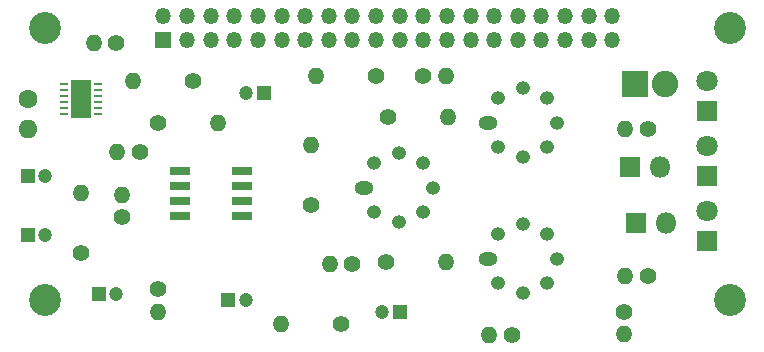
<source format=gbr>
%TF.GenerationSoftware,KiCad,Pcbnew,(5.1.10)-1*%
%TF.CreationDate,2021-06-16T23:55:04+02:00*%
%TF.ProjectId,_Final_EEE3088Project,5f46696e-616c-45f4-9545-453330383850,rev?*%
%TF.SameCoordinates,Original*%
%TF.FileFunction,Soldermask,Top*%
%TF.FilePolarity,Negative*%
%FSLAX46Y46*%
G04 Gerber Fmt 4.6, Leading zero omitted, Abs format (unit mm)*
G04 Created by KiCad (PCBNEW (5.1.10)-1) date 2021-06-16 23:55:04*
%MOMM*%
%LPD*%
G01*
G04 APERTURE LIST*
%ADD10O,1.400000X1.400000*%
%ADD11C,1.400000*%
%ADD12R,0.700000X0.250000*%
%ADD13R,1.700000X3.300000*%
%ADD14C,1.200000*%
%ADD15R,1.200000X1.200000*%
%ADD16R,2.240000X2.240000*%
%ADD17O,2.240000X2.240000*%
%ADD18R,1.800000X1.800000*%
%ADD19O,1.800000X1.800000*%
%ADD20C,2.700000*%
%ADD21R,1.350000X1.350000*%
%ADD22O,1.350000X1.350000*%
%ADD23C,1.600000*%
%ADD24O,1.600000X1.600000*%
%ADD25C,1.800000*%
%ADD26O,1.600000X1.200000*%
%ADD27O,1.200000X1.200000*%
%ADD28R,1.800000X0.800000*%
G04 APERTURE END LIST*
D10*
%TO.C,R5*%
X107720000Y-80200000D03*
D11*
X112800000Y-80200000D03*
%TD*%
%TO.C,R4*%
X109800000Y-83700000D03*
D10*
X114880000Y-83700000D03*
%TD*%
D12*
%TO.C,Buck/Boost1*%
X101850000Y-80450000D03*
X101850000Y-80950000D03*
X101850000Y-81450000D03*
X101850000Y-81950000D03*
X101850000Y-82450000D03*
X101850000Y-82950000D03*
X104750000Y-82950000D03*
X104750000Y-82450000D03*
X104750000Y-81950000D03*
X104750000Y-81450000D03*
X104750000Y-80950000D03*
X104750000Y-80450000D03*
D13*
X103300000Y-81700000D03*
%TD*%
D14*
%TO.C,C1*%
X100300000Y-88200000D03*
D15*
X98800000Y-88200000D03*
%TD*%
%TO.C,C2*%
X115800000Y-98700000D03*
D14*
X117300000Y-98700000D03*
%TD*%
D15*
%TO.C,C3*%
X118800000Y-81200000D03*
D14*
X117300000Y-81200000D03*
%TD*%
%TO.C,C4*%
X100300000Y-93200000D03*
D15*
X98800000Y-93200000D03*
%TD*%
D14*
%TO.C,C5*%
X128800000Y-99700000D03*
D15*
X130300000Y-99700000D03*
%TD*%
%TO.C,C6*%
X104800000Y-98200000D03*
D14*
X106300000Y-98200000D03*
%TD*%
D16*
%TO.C,D1*%
X150260000Y-80450000D03*
D17*
X152800000Y-80450000D03*
%TD*%
D18*
%TO.C,D2*%
X149800000Y-87450000D03*
D19*
X152340000Y-87450000D03*
%TD*%
%TO.C,D3*%
X152840000Y-92200000D03*
D18*
X150300000Y-92200000D03*
%TD*%
D20*
%TO.C,H1*%
X158300000Y-98700000D03*
%TD*%
%TO.C,H2*%
X100300000Y-75700000D03*
%TD*%
%TO.C,H3*%
X100300000Y-98700000D03*
%TD*%
%TO.C,H4*%
X158300000Y-75700000D03*
%TD*%
D21*
%TO.C,J1*%
X110300000Y-76700000D03*
D22*
X110300000Y-74700000D03*
X112300000Y-76700000D03*
X112300000Y-74700000D03*
X114300000Y-76700000D03*
X114300000Y-74700000D03*
X116300000Y-76700000D03*
X116300000Y-74700000D03*
X118300000Y-76700000D03*
X118300000Y-74700000D03*
X120300000Y-76700000D03*
X120300000Y-74700000D03*
X122300000Y-76700000D03*
X122300000Y-74700000D03*
X124300000Y-76700000D03*
X124300000Y-74700000D03*
X126300000Y-76700000D03*
X126300000Y-74700000D03*
X128300000Y-76700000D03*
X128300000Y-74700000D03*
X130300000Y-76700000D03*
X130300000Y-74700000D03*
X132300000Y-76700000D03*
X132300000Y-74700000D03*
X134300000Y-76700000D03*
X134300000Y-74700000D03*
X136300000Y-76700000D03*
X136300000Y-74700000D03*
X138300000Y-76700000D03*
X138300000Y-74700000D03*
X140300000Y-76700000D03*
X140300000Y-74700000D03*
X142300000Y-76700000D03*
X142300000Y-74700000D03*
X144300000Y-76700000D03*
X144300000Y-74700000D03*
X146300000Y-76700000D03*
X146300000Y-74700000D03*
X148300000Y-76700000D03*
X148300000Y-74700000D03*
%TD*%
D23*
%TO.C,L1*%
X98800000Y-81700000D03*
D24*
X98800000Y-84240000D03*
%TD*%
D18*
%TO.C,LED1*%
X156300000Y-82700000D03*
D25*
X156300000Y-80160000D03*
%TD*%
%TO.C,LED2*%
X156300000Y-85660000D03*
D18*
X156300000Y-88200000D03*
%TD*%
%TO.C,LED3*%
X156300000Y-93700000D03*
D25*
X156300000Y-91160000D03*
%TD*%
D26*
%TO.C,OP1*%
X137800000Y-83700000D03*
D27*
X138655248Y-85764752D03*
X140720000Y-86620000D03*
X142784752Y-85764752D03*
X143640000Y-83700000D03*
X142784752Y-81635248D03*
X140720000Y-80780000D03*
X138655248Y-81635248D03*
%TD*%
%TO.C,OP2*%
X128155248Y-87135248D03*
X130220000Y-86280000D03*
X132284752Y-87135248D03*
X133140000Y-89200000D03*
X132284752Y-91264752D03*
X130220000Y-92120000D03*
X128155248Y-91264752D03*
D26*
X127300000Y-89200000D03*
%TD*%
%TO.C,OP3*%
X137800000Y-95200000D03*
D27*
X138655248Y-97264752D03*
X140720000Y-98120000D03*
X142784752Y-97264752D03*
X143640000Y-95200000D03*
X142784752Y-93135248D03*
X140720000Y-92280000D03*
X138655248Y-93135248D03*
%TD*%
D10*
%TO.C,R1*%
X104400000Y-76950000D03*
D11*
X106300000Y-76950000D03*
%TD*%
%TO.C,R2*%
X109800000Y-97800000D03*
D10*
X109800000Y-99700000D03*
%TD*%
D11*
%TO.C,R3*%
X108300000Y-86200000D03*
D10*
X106400000Y-86200000D03*
%TD*%
D11*
%TO.C,R6*%
X128300000Y-79700000D03*
D10*
X123220000Y-79700000D03*
%TD*%
D11*
%TO.C,R7*%
X125300000Y-100700000D03*
D10*
X120220000Y-100700000D03*
%TD*%
%TO.C,R8*%
X124400000Y-95700000D03*
D11*
X126300000Y-95700000D03*
%TD*%
D10*
%TO.C,R9*%
X106800000Y-89800000D03*
D11*
X106800000Y-91700000D03*
%TD*%
%TO.C,R10*%
X151300000Y-84200000D03*
D10*
X149400000Y-84200000D03*
%TD*%
D11*
%TO.C,R11*%
X132300000Y-79700000D03*
D10*
X134200000Y-79700000D03*
%TD*%
%TO.C,R12*%
X134380000Y-83200000D03*
D11*
X129300000Y-83200000D03*
%TD*%
D10*
%TO.C,R13*%
X103300000Y-89620000D03*
D11*
X103300000Y-94700000D03*
%TD*%
%TO.C,R14*%
X122800000Y-90700000D03*
D10*
X122800000Y-85620000D03*
%TD*%
%TO.C,R15*%
X134180000Y-95500000D03*
D11*
X129100000Y-95500000D03*
%TD*%
D10*
%TO.C,R16*%
X149400000Y-96700000D03*
D11*
X151300000Y-96700000D03*
%TD*%
D10*
%TO.C,R17*%
X137900000Y-101700000D03*
D11*
X139800000Y-101700000D03*
%TD*%
%TO.C,R18*%
X149300000Y-99700000D03*
D10*
X149300000Y-101600000D03*
%TD*%
D28*
%TO.C,TMP1*%
X111660000Y-87795000D03*
X111660000Y-89065000D03*
X111660000Y-90335000D03*
X111660000Y-91605000D03*
X116940000Y-91605000D03*
X116940000Y-90335000D03*
X116940000Y-89065000D03*
X116940000Y-87795000D03*
%TD*%
M02*

</source>
